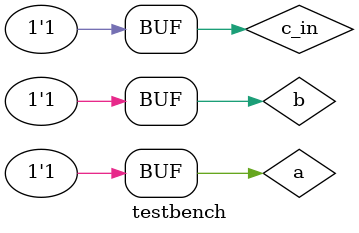
<source format=v>
`timescale 1 ns/1 ns	//time scale for simulation

module testbench;
   reg a;
   reg b;
   reg c_in;
   wire sum;
   wire c_out;

   fa my_fa(.a(a), .b(b), .c_in(c_in), .sum(sum), .c_out(c_out));

   initial begin
      $dumpfile("test.vcd");
      $dumpvars(0, testbench);

      // test0, c_out = 0, sum = 0
      a = 0;
      b = 0;
      c_in = 0;
      #10;
      
      // test1, c_out = 0, sum = 1
      a = 0;
      b = 0;
      c_in = 1;
      #10;

      // test2, c_out = 0, sum = 1
      a = 0;
      b = 1;
      c_in = 0;
      #10;

      // test3, c_out = 1, sum = 0
      a = 0;
      b = 1;
      c_in = 1;
      #10;

      // test 4, c_out = 0, sum = 1
      a = 1;
      b = 0;
      c_in = 0;
      #10;

      // test 5, c_out = 1, sum = 0
      a = 1;
      b = 0;
      c_in = 1;
      #10;

      // test 6, c_out = 1, sum = 0
      a = 1;
      b = 1;
      c_in = 0;
      #10;

      // test 7, c_out = 1, sum = 1
      a = 1;
      b = 1;
      c_in = 1;
      #10;
   end
endmodule

</source>
